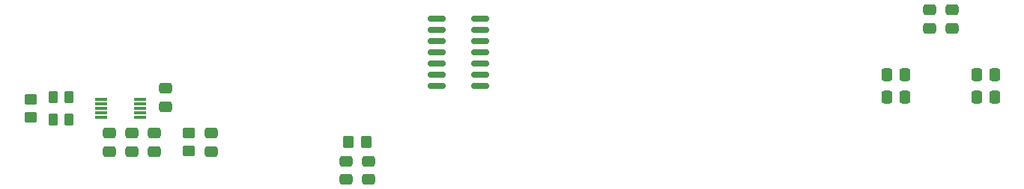
<source format=gbp>
G04 #@! TF.GenerationSoftware,KiCad,Pcbnew,(6.0.0)*
G04 #@! TF.CreationDate,2022-01-14T02:16:32-05:00*
G04 #@! TF.ProjectId,klxecu,6b6c7865-6375-42e6-9b69-6361645f7063,rev?*
G04 #@! TF.SameCoordinates,Original*
G04 #@! TF.FileFunction,Paste,Bot*
G04 #@! TF.FilePolarity,Positive*
%FSLAX46Y46*%
G04 Gerber Fmt 4.6, Leading zero omitted, Abs format (unit mm)*
G04 Created by KiCad (PCBNEW (6.0.0)) date 2022-01-14 02:16:32*
%MOMM*%
%LPD*%
G01*
G04 APERTURE LIST*
G04 Aperture macros list*
%AMRoundRect*
0 Rectangle with rounded corners*
0 $1 Rounding radius*
0 $2 $3 $4 $5 $6 $7 $8 $9 X,Y pos of 4 corners*
0 Add a 4 corners polygon primitive as box body*
4,1,4,$2,$3,$4,$5,$6,$7,$8,$9,$2,$3,0*
0 Add four circle primitives for the rounded corners*
1,1,$1+$1,$2,$3*
1,1,$1+$1,$4,$5*
1,1,$1+$1,$6,$7*
1,1,$1+$1,$8,$9*
0 Add four rect primitives between the rounded corners*
20,1,$1+$1,$2,$3,$4,$5,0*
20,1,$1+$1,$4,$5,$6,$7,0*
20,1,$1+$1,$6,$7,$8,$9,0*
20,1,$1+$1,$8,$9,$2,$3,0*%
G04 Aperture macros list end*
%ADD10RoundRect,0.250000X0.262500X0.450000X-0.262500X0.450000X-0.262500X-0.450000X0.262500X-0.450000X0*%
%ADD11RoundRect,0.150000X-0.825000X-0.150000X0.825000X-0.150000X0.825000X0.150000X-0.825000X0.150000X0*%
%ADD12R,1.400000X0.300000*%
%ADD13RoundRect,0.250000X0.450000X-0.350000X0.450000X0.350000X-0.450000X0.350000X-0.450000X-0.350000X0*%
%ADD14RoundRect,0.250000X-0.350000X-0.450000X0.350000X-0.450000X0.350000X0.450000X-0.350000X0.450000X0*%
%ADD15RoundRect,0.250000X-0.262500X-0.450000X0.262500X-0.450000X0.262500X0.450000X-0.262500X0.450000X0*%
%ADD16RoundRect,0.250000X-0.450000X0.350000X-0.450000X-0.350000X0.450000X-0.350000X0.450000X0.350000X0*%
%ADD17RoundRect,0.250000X0.475000X-0.337500X0.475000X0.337500X-0.475000X0.337500X-0.475000X-0.337500X0*%
%ADD18RoundRect,0.250000X-0.475000X0.337500X-0.475000X-0.337500X0.475000X-0.337500X0.475000X0.337500X0*%
%ADD19RoundRect,0.250000X-0.337500X-0.475000X0.337500X-0.475000X0.337500X0.475000X-0.337500X0.475000X0*%
%ADD20RoundRect,0.250000X0.337500X0.475000X-0.337500X0.475000X-0.337500X-0.475000X0.337500X-0.475000X0*%
G04 APERTURE END LIST*
D10*
X38655000Y-55880000D03*
X36830000Y-55880000D03*
D11*
X85131678Y-54610000D03*
X85131678Y-53340000D03*
X85131678Y-52070000D03*
X85131678Y-50800000D03*
X85131678Y-49530000D03*
X85131678Y-48260000D03*
X85131678Y-46990000D03*
X80181678Y-46990000D03*
X80181678Y-48260000D03*
X80181678Y-49530000D03*
X80181678Y-50800000D03*
X80181678Y-52070000D03*
X80181678Y-53340000D03*
X80181678Y-54610000D03*
D12*
X46650000Y-56150000D03*
X46650000Y-56650000D03*
X46650000Y-57150000D03*
X46650000Y-57650000D03*
X46650000Y-58150000D03*
X42250000Y-58150000D03*
X42250000Y-57650000D03*
X42250000Y-57150000D03*
X42250000Y-56650000D03*
X42250000Y-56150000D03*
D13*
X52176678Y-61960000D03*
X52176678Y-59960000D03*
D14*
X72226678Y-60960000D03*
X70226678Y-60960000D03*
D15*
X38655000Y-58420000D03*
X36830000Y-58420000D03*
D16*
X34290000Y-58150000D03*
X34290000Y-56150000D03*
D17*
X54716678Y-61997500D03*
X54716678Y-59922500D03*
D18*
X43180000Y-59922500D03*
X43180000Y-61997500D03*
X45720000Y-59922500D03*
X45720000Y-61997500D03*
X48260000Y-59922500D03*
X48260000Y-61997500D03*
D19*
X141202500Y-53340000D03*
X143277500Y-53340000D03*
X143277500Y-55880000D03*
X141202500Y-55880000D03*
D17*
X138430000Y-48027500D03*
X138430000Y-45952500D03*
X135890000Y-48027500D03*
X135890000Y-45952500D03*
D20*
X133117500Y-53340000D03*
X131042500Y-53340000D03*
X133117500Y-55880000D03*
X131042500Y-55880000D03*
D18*
X72496678Y-63097500D03*
X72496678Y-65172500D03*
X49530000Y-54842500D03*
X49530000Y-56917500D03*
X69956678Y-63097500D03*
X69956678Y-65172500D03*
M02*

</source>
